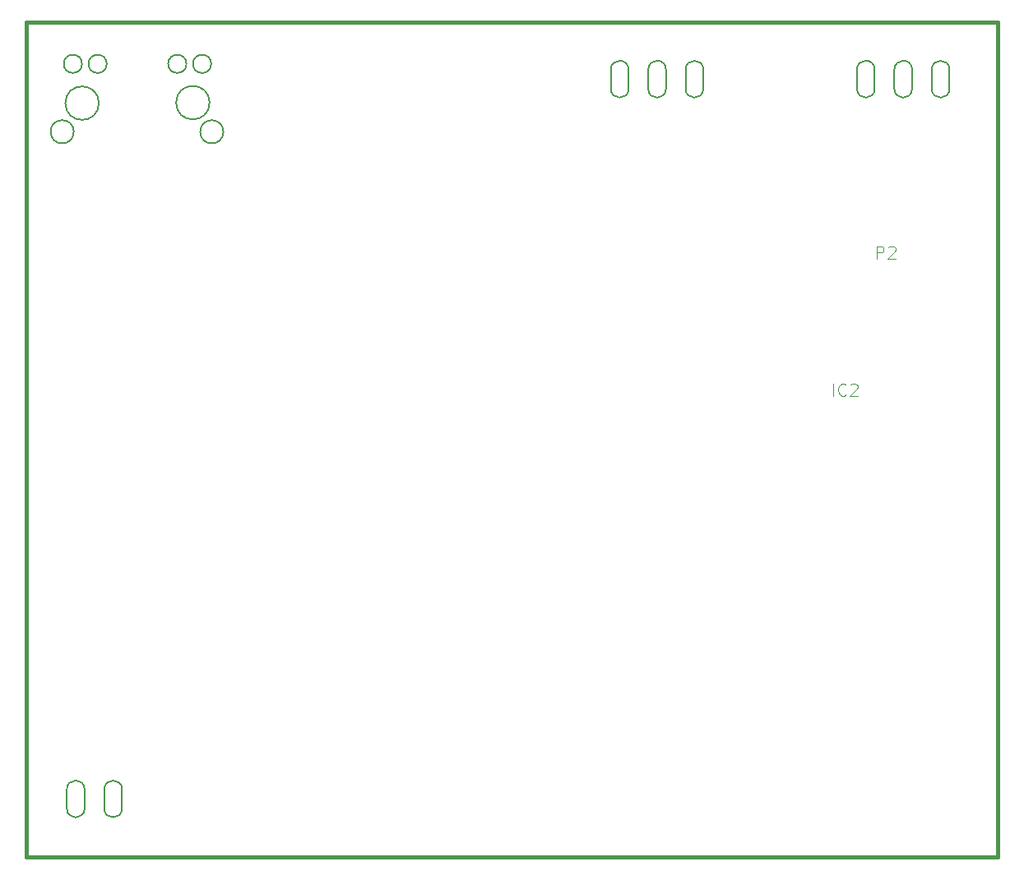
<source format=gbo>
G04 (created by PCBNEW (2013-mar-13)-testing) date mar. 25 juin 2013 12:30:20 CEST*
%MOIN*%
G04 Gerber Fmt 3.4, Leading zero omitted, Abs format*
%FSLAX34Y34*%
G01*
G70*
G90*
G04 APERTURE LIST*
%ADD10C,0.005906*%
%ADD11C,0.015000*%
%ADD12C,0.003500*%
G04 APERTURE END LIST*
G54D10*
G54D11*
X52362Y-44488D02*
X12992Y-44488D01*
X52362Y-10629D02*
X52362Y-44488D01*
X52362Y-10629D02*
X12992Y-10629D01*
X12992Y-44488D02*
X12992Y-10629D01*
G54D10*
X14637Y-41735D02*
X14637Y-42515D01*
X15358Y-41735D02*
X15358Y-42515D01*
X14637Y-42515D02*
G75*
G03X15358Y-42515I360J0D01*
G74*
G01*
X15358Y-41735D02*
G75*
G03X14637Y-41735I-360J0D01*
G74*
G01*
X16153Y-41735D02*
X16153Y-42515D01*
X16874Y-41735D02*
X16874Y-42515D01*
X16153Y-42515D02*
G75*
G03X16874Y-42515I360J0D01*
G74*
G01*
X16874Y-41735D02*
G75*
G03X16153Y-41735I-360J0D01*
G74*
G01*
X15934Y-13898D02*
G75*
G03X15934Y-13898I-678J0D01*
G74*
G01*
X20422Y-13879D02*
G75*
G03X20422Y-13879I-678J0D01*
G74*
G01*
X20488Y-12304D02*
G75*
G03X20488Y-12304I-370J0D01*
G74*
G01*
X19484Y-12304D02*
G75*
G03X19484Y-12304I-370J0D01*
G74*
G01*
X16256Y-12304D02*
G75*
G03X16256Y-12304I-370J0D01*
G74*
G01*
X15252Y-12304D02*
G75*
G03X15252Y-12304I-370J0D01*
G74*
G01*
X20982Y-15060D02*
G75*
G03X20982Y-15060I-470J0D01*
G74*
G01*
X14919Y-15060D02*
G75*
G03X14919Y-15060I-470J0D01*
G74*
G01*
X40435Y-13315D02*
X40435Y-12535D01*
X39714Y-13315D02*
X39714Y-12535D01*
X40435Y-12535D02*
G75*
G03X39714Y-12535I-360J0D01*
G74*
G01*
X39714Y-13315D02*
G75*
G03X40435Y-13315I360J0D01*
G74*
G01*
X38919Y-13315D02*
X38919Y-12535D01*
X38198Y-13315D02*
X38198Y-12535D01*
X38919Y-12535D02*
G75*
G03X38198Y-12535I-360J0D01*
G74*
G01*
X38198Y-13315D02*
G75*
G03X38919Y-13315I360J0D01*
G74*
G01*
X37403Y-13315D02*
X37403Y-12535D01*
X36683Y-13315D02*
X36683Y-12535D01*
X37403Y-12535D02*
G75*
G03X36683Y-12535I-360J0D01*
G74*
G01*
X36683Y-13315D02*
G75*
G03X37403Y-13315I360J0D01*
G74*
G01*
X50410Y-13315D02*
X50410Y-12535D01*
X49689Y-13315D02*
X49689Y-12535D01*
X50410Y-12535D02*
G75*
G03X49689Y-12535I-360J0D01*
G74*
G01*
X49689Y-13315D02*
G75*
G03X50410Y-13315I360J0D01*
G74*
G01*
X48894Y-13315D02*
X48894Y-12535D01*
X48173Y-13315D02*
X48173Y-12535D01*
X48894Y-12535D02*
G75*
G03X48173Y-12535I-360J0D01*
G74*
G01*
X48173Y-13315D02*
G75*
G03X48894Y-13315I360J0D01*
G74*
G01*
X47378Y-13315D02*
X47378Y-12535D01*
X46658Y-13315D02*
X46658Y-12535D01*
X47378Y-12535D02*
G75*
G03X46658Y-12535I-360J0D01*
G74*
G01*
X46658Y-13315D02*
G75*
G03X47378Y-13315I360J0D01*
G74*
G01*
G54D12*
X45686Y-25776D02*
X45686Y-25276D01*
X46210Y-25728D02*
X46186Y-25752D01*
X46115Y-25776D01*
X46067Y-25776D01*
X45996Y-25752D01*
X45948Y-25704D01*
X45925Y-25657D01*
X45901Y-25561D01*
X45901Y-25490D01*
X45925Y-25395D01*
X45948Y-25347D01*
X45996Y-25300D01*
X46067Y-25276D01*
X46115Y-25276D01*
X46186Y-25300D01*
X46210Y-25323D01*
X46401Y-25323D02*
X46425Y-25300D01*
X46472Y-25276D01*
X46591Y-25276D01*
X46639Y-25300D01*
X46663Y-25323D01*
X46686Y-25371D01*
X46686Y-25419D01*
X46663Y-25490D01*
X46377Y-25776D01*
X46686Y-25776D01*
X47455Y-20201D02*
X47455Y-19701D01*
X47646Y-19701D01*
X47694Y-19725D01*
X47717Y-19748D01*
X47741Y-19796D01*
X47741Y-19867D01*
X47717Y-19915D01*
X47694Y-19939D01*
X47646Y-19963D01*
X47455Y-19963D01*
X47932Y-19748D02*
X47955Y-19725D01*
X48003Y-19701D01*
X48122Y-19701D01*
X48170Y-19725D01*
X48194Y-19748D01*
X48217Y-19796D01*
X48217Y-19844D01*
X48194Y-19915D01*
X47908Y-20201D01*
X48217Y-20201D01*
M02*

</source>
